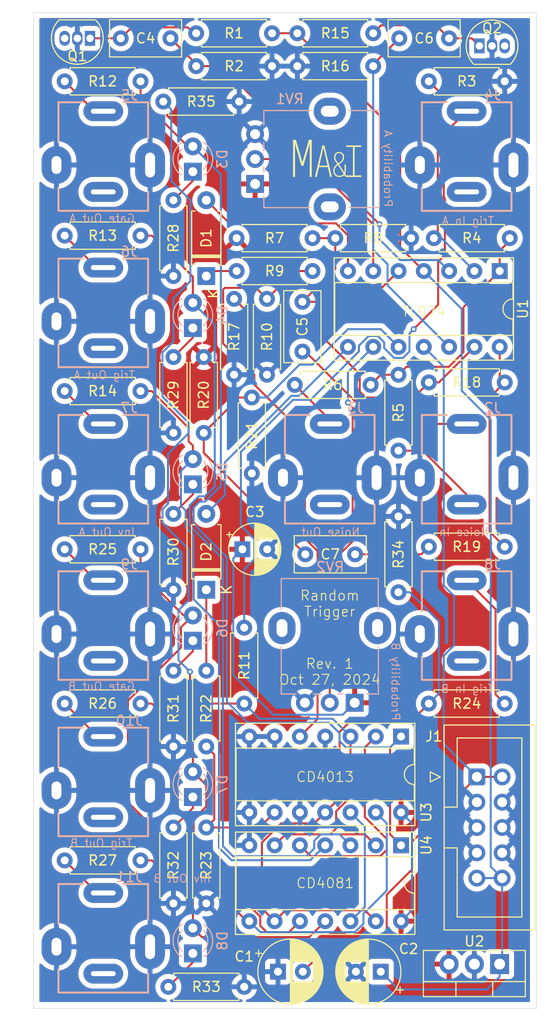
<source format=kicad_pcb>
(kicad_pcb (version 20240108) (generator "pcbnew") (generator_version "8.0")
  (layers (0 "F.Cu" signal) (31 "B.Cu" signal) (34 "B.Paste" user) (35 "F.Paste" user) (36 "B.SilkS" user "B.Silkscreen") (37 "F.SilkS" user "F.Silkscreen") (38 "B.Mask" user) (39 "F.Mask" user) (44 "Edge.Cuts" user))
  (net 0 "")
  (net 1 "GND")
  (net 2 "+12V")
  (net 3 "-12V")
  (net 4 "Net-(Q1-E)")
  (net 7 "Net-(Q2-E)")
  (net 8 "Net-(U1A-+)")
  (net 9 "Net-(U1A--)")
  (net 10 "Net-(R4-Pad2)")
  (net 11 "Net-(J2-PadTN)")
  (net 12 "Net-(J3-PadT)")
  (net 13 "Net-(U1B-+)")
  (net 14 "+5V")
  (net 15 "Net-(D1-K)")
  (net 16 "Net-(U3A-D)")
  (net 17 "Net-(J4-PadT)")
  (net 18 "Net-(U3A-C)")
  (net 19 "Net-(D3-A)")
  (net 20 "Net-(J5-PadT)")
  (net 21 "Net-(D4-A)")
  (net 22 "Net-(J6-PadT)")
  (net 23 "Net-(J7-PadT)")
  (net 24 "Net-(D5-A)")
  (net 25 "Net-(U1C-+)")
  (net 26 "Net-(U1C--)")
  (net 27 "Net-(R18-Pad2)")
  (net 28 "Net-(C7-Pad1)")
  (net 29 "Net-(U1D-+)")
  (net 30 "Net-(D2-K)")
  (net 31 "Net-(U3B-D)")
  (net 32 "Net-(J8-PadT)")
  (net 33 "Net-(U3B-C)")
  (net 34 "Net-(D6-A)")
  (net 35 "Net-(J9-PadT)")
  (net 36 "Net-(J10-PadT)")
  (net 37 "Net-(D7-A)")
  (net 38 "Net-(D8-A)")
  (net 39 "Net-(J11-PadT)")
  (net 40 "Net-(D2-A)")
  (net 41 "Net-(D1-A)")
  (net 42 "Net-(U1B--)")
  (net 43 "Net-(U1D--)")
  (net 44 "Net-(U3A-~{Q})")
  (net 45 "Net-(U3B-~{Q})")
  (net 46 "Net-(D3-K)")
  (net 47 "Net-(D4-K)")
  (net 48 "Net-(D5-K)")
  (net 49 "Net-(D6-K)")
  (net 50 "Net-(D7-K)")
  (net 51 "Net-(D8-K)")
  (net 52 "Net-(C5-Pad1)")
  (footprint "Resistor_THT:R_Axial_DIN0207_L6.3mm_D2.5mm_P7.62mm_Horizontal" (layer "F.Cu") (at 126.492 52.07)
    (property "Reference" "R15")
    (property "Value" "100k")
  )
  (footprint "Package_TO_SOT_THT:TO-92_Inline" (layer "F.Cu") (at 144.78 53.34)
    (property "Reference" "Q2")
    (property "Value" "2N3904")
  )
  (footprint "Resistor_THT:R_Axial_DIN0207_L6.3mm_D2.5mm_P7.62mm_Horizontal" (layer "F.Cu") (at 123.444 86.36 90)
    (property "Reference" "R10")
    (property "Value" "1k")
  )
  (footprint "Resistor_THT:R_Axial_DIN0207_L6.3mm_D2.5mm_P7.62mm_Horizontal" (layer "F.Cu") (at 116.332 55.372)
    (property "Reference" "R2")
    (property "Value" "100k")
  )
  (footprint "Package_TO_SOT_THT:TO-92_Inline" (layer "F.Cu") (at 105.664 52.578 180)
    (property "Reference" "Q1")
    (property "Value" "2N3904")
  )
  (footprint "Capacitor_THT:C_Rect_L7.0mm_W3.5mm_P5.00mm" (layer "F.Cu") (at 132.294 104.394 180)
    (property "Reference" "C7")
    (property "Value" "470n")
  )
  (footprint "Capacitor_THT:C_Rect_L7.0mm_W3.5mm_P5.00mm" (layer "F.Cu") (at 108.752 52.578)
    (property "Reference" "C4")
    (property "Value" "470n")
  )
  (footprint "Resistor_THT:R_Axial_DIN0207_L6.3mm_D2.5mm_P7.62mm_Horizontal" (layer "F.Cu") (at 117.348 139.446 90)
    (property "Reference" "R23")
    (property "Value" "1k")
  )
  (footprint "Resistor_THT:R_Axial_DIN0207_L6.3mm_D2.5mm_P7.62mm_Horizontal" (layer "F.Cu") (at 113.538 147.828)
    (property "Reference" "R33")
    (property "Value" "2k2")
  )
  (footprint "Resistor_THT:R_Axial_DIN0207_L6.3mm_D2.5mm_P7.62mm_Horizontal" (layer "F.Cu") (at 134.112 55.372 180)
    (property "Reference" "R16")
    (property "Value" "100k")
  )
  (footprint "Resistor_THT:R_Axial_DIN0207_L6.3mm_D2.5mm_P7.62mm_Horizontal" (layer "F.Cu") (at 110.744 103.886 180)
    (property "Reference" "R25")
    (property "Value" "1k")
  )
  (footprint "Capacitor_THT:C_Rect_L7.0mm_W3.5mm_P5.00mm" (layer "F.Cu") (at 127 84.034 90)
    (property "Reference" "C5")
    (property "Value" "470n")
  )
  (footprint "Resistor_THT:R_Axial_DIN0207_L6.3mm_D2.5mm_P7.62mm_Horizontal" (layer "F.Cu") (at 110.744 56.896 180)
    (property "Reference" "R12")
    (property "Value" "1k")
  )
  (footprint "Resistor_THT:R_Axial_DIN0207_L6.3mm_D2.5mm_P7.62mm_Horizontal" (layer "F.Cu") (at 130.302 72.644)
    (property "Reference" "R8")
    (property "Value" "100k")
  )
  (footprint "Resistor_THT:R_Axial_DIN0207_L6.3mm_D2.5mm_P7.62mm_Horizontal" (layer "F.Cu") (at 120.142 78.74 -90)
    (property "Reference" "R17")
    (property "Value" "330")
  )
  (footprint "Package_DIP:DIP-14_W7.62mm_Socket" (layer "F.Cu") (at 136.911 133.614 -90)
    (property "Reference" "U4")
    (property "Value" "4081")
  )
  (footprint "Package_DIP:DIP-14_W7.62mm_Socket" (layer "F.Cu") (at 146.817 75.946 -90)
    (property "Reference" "U1")
    (property "Value" "TL074")
  )
  (footprint "Resistor_THT:R_Axial_DIN0207_L6.3mm_D2.5mm_P7.62mm_Horizontal" (layer "F.Cu") (at 110.744 119.38 180)
    (property "Reference" "R26")
    (property "Value" "1k")
  )
  (footprint "Connector_IDC:IDC-Header_2x05_P2.54mm_Vertical" (layer "F.Cu") (at 144.526 126.746)
    (property "Reference" "J1")
    (property "Value" "Eurorack Power")
  )
  (footprint "Resistor_THT:R_Axial_DIN0207_L6.3mm_D2.5mm_P7.62mm_Horizontal" (layer "F.Cu") (at 147.32 103.632 180)
    (property "Reference" "R19")
    (property "Value" "1k")
  )
  (footprint "Package_TO_SOT_THT:TO-220-3_Vertical" (layer "F.Cu") (at 146.812 145.542 180)
    (property "Reference" "U2")
    (property "Value" "LM7805_TO220")
  )
  (footprint "Resistor_THT:R_Axial_DIN0207_L6.3mm_D2.5mm_P7.62mm_Horizontal" (layer "F.Cu") (at 113.03 58.928)
    (property "Reference" "R35")
    (property "Value" "1M")
  )
  (footprint "Diode_THT:D_A-405_P7.62mm_Horizontal" (layer "F.Cu") (at 117.348 107.95 90)
    (property "Reference" "D2")
    (property "Value" "1n4001")
  )
  (footprint "Capacitor_THT:C_Rect_L7.0mm_W3.5mm_P5.00mm" (layer "F.Cu") (at 141.732 52.578 180)
    (property "Reference" "C6")
    (property "Value" "470n")
  )
  (footprint "Capacitor_THT:CP_Radial_D5.0mm_P2.50mm" (layer "F.Cu") (at 120.968888 103.886)
    (property "Reference" "C3")
    (property "Value" "10u")
  )
  (footprint "Resistor_THT:R_Axial_DIN0207_L6.3mm_D2.5mm_P7.62mm_Horizontal" (layer "F.Cu") (at 110.744 135.128 180)
    (property "Reference" "R27")
    (property "Value" "1k")
  )
  (footprint "Resistor_THT:R_Axial_DIN0207_L6.3mm_D2.5mm_P7.62mm_Horizontal" (layer "F.Cu") (at 114.046 131.826 -90)
    (property "Reference" "R32")
    (property "Value" "2k2")
  )
  (footprint "Resistor_THT:R_Axial_DIN0207_L6.3mm_D2.5mm_P7.62mm_Horizontal" (layer "F.Cu") (at 133.858 87.376 180)
    (property "Reference" "R6")
    (property "Value" "1k")
  )
  (footprint "Resistor_THT:R_Axial_DIN0207_L6.3mm_D2.5mm_P7.62mm_Horizontal" (layer "F.Cu") (at 114.046 100.33 -90)
    (property "Reference" "R30")
    (property "Value" "2k2")
  )
  (footprint "Package_DIP:DIP-14_W7.62mm_Socket" (layer "F.Cu") (at 136.911 122.692 -90)
    (property "Reference" "U3")
    (property "Value" "4013")
  )
  (footprint "Resistor_THT:R_Axial_DIN0207_L6.3mm_D2.5mm_P7.62mm_Horizontal" (layer "F.Cu") (at 121.92 88.646 -90)
    (property "Reference" "R21")
    (property "Value" "100k")
  )
  (footprint "Resistor_THT:R_Axial_DIN0207_L6.3mm_D2.5mm_P7.62mm_Horizontal" (layer "F.Cu") (at 114.046 116.078 -90)
    (property "Reference" "R31")
    (property "Value" "2k2")
  )
  (footprint "Resistor_THT:R_Axial_DIN0207_L6.3mm_D2.5mm_P7.62mm_Horizontal" (layer "F.Cu") (at 136.652 86.36 -90)
    (property "Reference" "R5")
    (property "Value" "1k")
  )
  (footprint "Resistor_THT:R_Axial_DIN0207_L6.3mm_D2.5mm_P7.62mm_Horizontal" (layer "F.Cu") (at 110.744 72.39 180)
    (property "Reference" "R13")
    (property "Value" "1k")
  )
  (footprint "Resistor_THT:R_Axial_DIN0207_L6.3mm_D2.5mm_P7.62mm_Horizontal" (layer "F.Cu") (at 120.396 72.644)
    (property "Reference" "R7")
    (property "Value" "100k")
  )
  (footprint "Resistor_THT:R_Axial_DIN0207_L6.3mm_D2.5mm_P7.62mm_Horizontal" (layer "F.Cu") (at 120.396 75.946)
    (property "Reference" "R9")
    (property "Value" "1k5")
  )
  (footprint "Resistor_THT:R_Axial_DIN0207_L6.3mm_D2.5mm_P7.62mm_Horizontal" (layer "F.Cu") (at 114.046 68.834 -90)
    (property "Reference" "R28")
    (property "Value" "2k2")
  )
  (footprint "Extras:logo" (layer "F.Cu") (at 129.54 66.294)
    (property "Reference" "REF**" (hide yes))
    (property "Value" "logo")
  )
  (footprint "Diode_THT:D_A-405_P7.62mm_Horizontal" (layer "F.Cu") (at 117.348 76.454 90)
    (property "Reference" "D1")
    (property "Value" "1n4001")
  )
  (footprint "Capacitor_THT:CP_Radial_D6.3mm_P2.50mm" (layer "F.Cu") (at 124.547621 146.304)
    (property "Reference" "C1")
    (property "Value" "47u")
  )
  (footprint "Resistor_THT:R_Axial_DIN0207_L6.3mm_D2.5mm_P7.62mm_Horizontal" (layer "F.Cu") (at 117.348 116.078 -90)
    (property "Reference" "R22")
    (property "Value" "1k5")
  )
  (footprint "Resistor_THT:R_Axial_DIN0207_L6.3mm_D2.5mm_P7.62mm_Horizontal" (layer "F.Cu") (at 136.652 108.204 90)
    (property "Reference" "R34")
    (property "Value" "1M")
  )
  (footprint "Capacitor_THT:CP_Radial_D6.3mm_P2.50mm" (layer "F.Cu") (at 134.874 146.304 180)
    (property "Reference" "C2")
    (property "Value" "47u")
  )
  (footprint "Resistor_THT:R_Axial_DIN0207_L6.3mm_D2.5mm_P7.62mm_Horizontal" (layer "F.Cu") (at 140.208 72.644)
    (property "Reference" "R4")
    (property "Value" "1M")
  )
  (footprint "Resistor_THT:R_Axial_DIN0207_L6.3mm_D2.5mm_P7.62mm_Horizontal" (layer "F.Cu") (at 110.744 88 180)
    (property "Reference" "R14")
    (property "Value" "1k")
  )
  (footprint "Resistor_THT:R_Axial_DIN0207_L6.3mm_D2.5mm_P7.62mm_Horizontal" (layer "F.Cu") (at 139.7 119.38)
    (property "Reference" "R24")
    (property "Value" "1k")
  )
  (footprint "Resistor_THT:R_Axial_DIN0207_L6.3mm_D2.5mm_P7.62mm_Horizontal" (layer "F.Cu") (at 139.705 87.132)
    (property "Reference" "R18")
    (property "Value" "1M")
  )
  (footprint "Resistor_THT:R_Axial_DIN0207_L6.3mm_D2.5mm_P7.62mm_Horizontal" (layer "F.Cu") (at 121.158 119.38 90)
    (property "Reference" "R11")
    (property "Value" "1k")
  )
  (footprint "Resistor_THT:R_Axial_DIN0207_L6.3mm_D2.5mm_P7.62mm_Horizontal" (layer "F.Cu") (at 114.046 84.582 -90)
    (property "Reference" "R29")
    (property "Value" "2k2")
  )
  (footprint "Resistor_THT:R_Axial_DIN0207_L6.3mm_D2.5mm_P7.62mm_Horizontal" (layer "F.Cu") (at 123.952 52.07 180)
    (property "Reference" "R1")
    (property "Value" "100k")
  )
  (footprint "Resistor_THT:R_Axial_DIN0207_L6.3mm_D2.5mm_P7.62mm_Horizontal" (layer "F.Cu") (at 117.094 84.582 -90)
    (property "Reference" "R20")
    (property "Value" "100k")
  )
  (footprint "Resistor_THT:R_Axial_DIN0207_L6.3mm_D2.5mm_P7.62mm_Horizontal" (layer "F.Cu") (at 139.7 56.896)
    (property "Reference" "R3")
    (property "Value" "330")
  )
  (footprint "Extras:Jack_3.5mm_QingPu_WQP-PJ301BM_Vertical" (layer "B.Cu") (at 107 64.7 180)
    (property "Reference" "J5")
    (property "Value" "Gate Out A")
  )
  (footprint "Extras:Jack_3.5mm_QingPu_WQP-PJ301BM_Vertical" (layer "B.Cu") (at 107 96.1 180)
    (property "Reference" "J7")
    (property "Value" "Inv Trigger Out A")
  )
  (footprint "LED_THT:LED_D3.0mm" (layer "B.Cu") (at 116 81.67 90)
    (property "Reference" "D4")
    (property "Value" "LED")
  )
  (footprint "Extras:Jack_3.5mm_QingPu_WQP-PJ301BM_Vertical" (layer "B.Cu") (at 107 111.8 180)
    (property "Reference" "J9")
    (property "Value" "Gate Out B")
  )
  (footprint "LED_THT:LED_D3.0mm" (layer "B.Cu") (at 116 113.07 90)
    (property "Reference" "D6")
    (property "Value" "LED")
  )
  (footprint "Extras:Jack_3.5mm_QingPu_WQP-PJ301BM_Vertical" (layer "B.Cu") (at 143.5 111.8 180)
    (property "Reference" "J8")
    (property "Value" "Trigger In B")
  )
  (footprint "LED_THT:LED_D3.0mm" (layer "B.Cu") (at 116 144.47 90)
    (property "Reference" "D8")
    (property "Value" "LED")
  )
  (footprint "Extras:Jack_3.5mm_QingPu_WQP-PJ301BM_Vertical" (layer "B.Cu") (at 107 127.5 180)
    (property "Reference" "J10")
    (property "Value" "Trigger Out B")
  )
  (footprint "Extras:Jack_3.5mm_QingPu_WQP-PJ301BM_Vertical" (layer "B.Cu") (at 107 143.2 180)
    (property "Reference" "J11")
    (property "Value" "Inv Trigger Out B")
  )
  (footprint "Extras:Jack_3.5mm_QingPu_WQP-PJ301BM_Vertical" (layer "B.Cu") (at 107 80.4 180)
    (property "Reference" "J6")
    (property "Value" "Trigger Out A")
  )
  (footprint "Extras:Jack_3.5mm_QingPu_WQP-PJ301BM_Vertical" (layer "B.Cu") (at 143.5 96.1 180)
    (property "Reference" "J2")
    (property "Value" "Noise In")
  )
  (footprint "LED_THT:LED_D3.0mm" (layer "B.Cu") (at 116 128.77 90)
    (property "Reference" "D7")
    (property "Value" "LED")
  )
  (footprint "Extras:Jack_3.5mm_QingPu_WQP-PJ301BM_Vertical" (layer "B.Cu") (at 129.75 96.1 180)
    (property "Reference" "J3")
    (property "Value" "Noise Out")
  )
  (footprint "LED_THT:LED_D3.0mm" (layer "B.Cu") (at 116 97.37 90)
    (property "Reference" "D5")
    (property "Value" "LED")
  )
  (footprint "LED_THT:LED_D3.0mm" (layer "B.Cu") (at 116 65.97 90)
    (property "Reference" "D3")
    (property "Value" "LED")
  )
  (footprint "Potentiometer_THT:Potentiometer_Alpha_RD901F-40-00D_Single_Vertical" (layer "B.Cu") (at 122.25 67.2)
    (property "Reference" "RV1")
    (property "Value" "B100k")
  )
  (footprint "Extras:Jack_3.5mm_QingPu_WQP-PJ301BM_Vertical" (layer "B.Cu") (at 143.5 64.7 180)
    (property "Reference" "J4")
    (property "Value" "Trigger In A")
  )
  (footprint "Potentiometer_THT:Potentiometer_Alpha_RD901F-40-00D_Single_Vertical" (layer "B.Cu") (at 132.25 119.3 90)
    (property "Reference" "RV2")
    (property "Value" "B100k")
  )
  (gr_rect (start 100 50) (end 150.5 150) (stroke (width 0.05)) (fill none) (layer "Edge.Cuts"))
  (gr_text "Probability A" (at 135.128 69.596 270) (layer "B.SilkS") (effects (font (size 0.8 0.8) (thickness 0.1)) (justify left bottom mirror)))
  (gr_text "Noise Out" (at 132.842 102.616 0) (layer "B.SilkS") (effects (font (size 0.8 0.8) (thickness 0.1)) (justify left bottom mirror)))
  (gr_text "Inv Out B" (at 117.856 137.414 0) (layer "B.SilkS") (effects (font (size 0.8 0.8) (thickness 0.1)) (justify left bottom mirror)))
  (gr_text "Probability B" (at 135.89 121.158 270) (layer "B.SilkS") (effects (font (size 0.8 0.8) (thickness 0.1)) (justify left bottom mirror)))
  (gr_text "Gate Out B" (at 110.236 118.11 0) (layer "B.SilkS") (effects (font (size 0.8 0.8) (thickness 0.1)) (justify left bottom mirror)))
  (gr_text "Noise In" (at 145.796 102.616 0) (layer "B.SilkS") (effects (font (size 0.8 0.8) (thickness 0.1)) (justify left bottom mirror)))
  (gr_text "Gate Out A" (at 110.236 71.12 0) (layer "B.SilkS") (effects (font (size 0.8 0.8) (thickness 0.1)) (justify left bottom mirror)))
  (gr_text "Trig In B" (at 146.304 118.364 0) (layer "B.SilkS") (effects (font (size 0.8 0.8) (thickness 0.1)) (justify left bottom mirror)))
  (gr_text "Trig Out B" (at 109.982 133.858 0) (layer "B.SilkS") (effects (font (size 0.8 0.8) (thickness 0.1)) (justify left bottom mirror)))
  (gr_text "Inv Out A" (at 110.236 102.616 0) (layer "B.SilkS") (effects (font (size 0.8 0.8) (thickness 0.1)) (justify left bottom mirror)))
  (gr_text "Trig Out A" (at 110.236 86.868 0) (layer "B.SilkS") (effects (font (size 0.8 0.8) (thickness 0.1)) (justify left bottom mirror)))
  (gr_text "Trig In A" (at 146.304 71.374 0) (layer "B.SilkS") (effects (font (size 0.8 0.8) (thickness 0.1)) (justify left bottom mirror)))
  (gr_text "TL074" (at 139.192 80.01 0) (layer "F.SilkS") (effects (font (size 1 1) (thickness 0.1))))
  (gr_text "CD4081" (at 129.286 137.414 0) (layer "F.SilkS") (effects (font (size 1 1) (thickness 0.1))))
  (gr_text "Rev. 1\nOct 27, 2024" (at 129.75 117.57 0) (layer "F.SilkS") (effects (font (size 1 1) (thickness 0.1)) (justify bottom)))
  (gr_text "CD4013" (at 129.286 126.746 0) (layer "F.SilkS") (effects (font (size 1 1) (thickness 0.1))))
  (gr_text "Random\nTrigger" (at 129.75 110.728 0) (layer "F.SilkS") (effects (font (size 1 1) (thickness 0.1)) (justify bottom)))
  (segment (start 136.822 62.4) (end 136.822 73.571) (width 0.2) (layer "F.Cu") (net 2))
  (segment (start 123.952 52.07) (end 126.492 52.07) (width 0.2) (layer "F.Cu") (net 2))
  (segment (start 136.822 73.571) (end 139.197 75.946) (width 0.2) (layer "F.Cu") (net 2))
  (segment (start 126.492 52.07) (end 136.822 62.4) (width 0.2) (layer "F.Cu") (net 2))
  (segment (start 145.916 90.877522) (end 145.916 135.756) (width 0.2) (layer "B.Cu") (net 2))
  (segment (start 139.197 75.946) (end 143.002 79.751) (width 0.2) (layer "B.Cu") (net 2))
  (segment (start 147.066 136.906) (end 147.066 145.288) (width 0.2) (layer "B.Cu") (net 2))
  (segment (start 136.652 148.082) (end 145.542 148.082) (width 0.2) (layer "B.Cu") (net 2))
  (segment (start 145.916 135.756) (end 147.066 136.906) (width 0.2) (layer "B.Cu") (net 2))
  (segment (start 147.066 136.906) (end 144.526 136.906) (width 0.2) (layer "B.Cu") (net 2))
  (segment (start 147.066 145.288) (end 146.812 145.542) (width 0.2) (layer "B.Cu") (net 2))
  (segment (start 146.812 146.812) (end 146.812 145.542) (width 0.2) (layer "B.Cu") (net 2))
  (segment (start 143.002 79.751) (end 143.002 87.963522) (width 0.2) (layer "B.Cu") (net 2))
  (segment (start 143.002 87.963522) (end 145.916 90.877522) (width 0.2) (layer "B.Cu") (net 2))
  (segment (start 134.874 146.304) (end 136.652 148.082) (width 0.2) (layer "B.Cu") (net 2))
  (segment (start 145.542 148.082) (end 146.812 146.812) (width 0.2) (layer "B.Cu") (net 2))
  (segment (start 132.418 145.204) (end 128.147621 145.204) (width 0.2) (layer "F.Cu") (net 3))
  (segment (start 144.526 126.746) (end 147.066 126.746) (width 0.2) (layer "F.Cu") (net 3))
  (segment (start 144.526 126.746) (end 138.011 133.261) (width 0.2) (layer "F.Cu") (net 3))
  (segment (start 135.471 142.151) (end 132.418 145.204) (width 0.2) (layer "F.Cu") (net 3))
  (segment (start 128.147621 145.204) (end 127.047621 146.304) (width 0.2) (layer "F.Cu") (net 3))
  (segment (start 138.011 136.038365) (end 135.471 138.578365) (width 0.2) (layer "F.Cu") (net 3))
  (segment (start 138.011 133.261) (end 138.011 136.038365) (width 0.2) (layer "F.Cu") (net 3))
  (segment (start 135.471 138.578365) (end 135.471 142.151) (width 0.2) (layer "F.Cu") (net 3))
  (segment (start 141.2 85.569) (end 139.197 83.566) (width 0.2) (layer "B.Cu") (net 3))
  (segment (start 141.2 114.561522) (end 142.24 113.521522) (width 0.2) (layer "B.Cu") (net 3))
  (segment (start 141.2 123.42) (end 141.2 114.561522) (width 0.2) (layer "B.Cu") (net 3))
  (segment (start 142.24 108.578478) (end 141.2 107.538478) (width 0.2) (layer "B.Cu") (net 3))
  (segment (start 142.24 113.521522) (end 142.24 108.578478) (width 0.2) (layer "B.Cu") (net 3))
  (segment (start 144.526 126.746) (end 141.2 123.42) (width 0.2) (layer "B.Cu") (net 3))
  (segment (start 141.2 107.538478) (end 141.2 85.569) (width 0.2) (layer "B.Cu") (net 3))
  (segment (start 115.486 51.478) (end 109.852 51.478) (width 0.2) (layer "F.Cu") (net 4))
  (segment (start 105.664 52.578) (end 108.752 52.578) (width 0.2) (layer "F.Cu") (net 4))
  (segment (start 109.852 51.478) (end 108.752 52.578) (width 0.2) (layer "F.Cu") (net 4))
  (segment (start 116.078 52.07) (end 115.486 51.478) (width 0.2) (layer "F.Cu") (net 4))
  (segment (start 116.332 52.07) (end 116.078 52.07) (width 0.2) (layer "F.Cu") (net 4))
  (segment (start 144.018 52.578) (end 144.78 53.34) (width 0.2) (layer "F.Cu") (net 7))
  (segment (start 140.424001 51.270001) (end 141.732 52.578) (width 0.2) (layer "F.Cu") (net 7))
  (segment (start 134.911999 51.270001) (end 140.424001 51.270001) (width 0.2) (layer "F.Cu") (net 7))
  (segment (start 134.112 52.07) (end 134.911999 51.270001) (width 0.2) (layer "F.Cu") (net 7))
  (segment (start 141.732 52.578) (end 144.018 52.578) (width 0.2) (layer "F.Cu") (net 7))
  (segment (start 113.752 52.578) (end 116.332 55.158) (width 0.2) (layer "F.Cu") (net 8))
  (segment (start 116.332 55.158) (end 116.332 55.372) (width 0.2) (layer "F.Cu") (net 8))
  (segment (start 134.747 71.247) (end 118.872 55.372) (width 0.2) (layer "F.Cu") (net 8))
  (segment (start 118.872 55.372) (end 116.332 55.372) (width 0.2) (layer "F.Cu") (net 8))
  (via (at 134.747 71.247) (size 0.6) (drill 0.3) (layers "F.Cu" "B.Cu") (net 8))
  (segment (start 134.747 72.771) (end 136.822 74.846) (width 0.2) (layer "B.Cu") (net 8))
  (segment (start 140.637 74.846) (end 141.737 75.946) (width 0.2) (layer "B.Cu") (net 8))
  (segment (start 136.822 74.846) (end 140.637 74.846) (width 0.2) (layer "B.Cu") (net 8))
  (segment (start 134.747 71.247) (end 134.747 72.771) (width 0.2) (layer "B.Cu") (net 8))
  (segment (start 140.6 72.252) (end 140.208 72.644) (width 0.2) (layer "F.Cu") (net 9))
  (segment (start 139.7 56.896) (end 140.6 57.796) (width 0.2) (layer "F.Cu") (net 9))
  (segment (start 140.6 57.796) (end 140.6 72.252) (width 0.2) (layer "F.Cu") (net 9))
  (segment (start 144.277 75.946) (end 140.975 72.644) (width 0.2) (layer "B.Cu") (net 9))
  (segment (start 140.975 72.644) (end 140.208 72.644) (width 0.2) (layer "B.Cu") (net 9))
  (segment (start 136.652 86.36) (end 134.874 86.36) (width 0.2) (layer "F.Cu") (net 10))
  (segment (start 137.451999 85.560001) (end 141.717313 85.560001) (width 0.2) (layer "F.Cu") (net 10))
  (segment (start 146.817 73.909) (end 146.817 75.946) (width 0.2) (layer "F.Cu") (net 10))
  (segment (start 143.177 84.100314) (end 143.177 79.586) (width 0.2) (layer "F.Cu") (net 10))
  (segment (start 141.717313 85.560001) (end 143.177 84.100314) (width 0.2) (layer "F.Cu") (net 10))
  (segment (start 147.828 72.644) (end 147.828 72.898) (width 0.2) (layer "F.Cu") (net 10))
  (segment (start 147.828 72.898) (end 146.817 73.909) (width 0.2) (layer "F.Cu") (net 10))
  (segment (start 136.652 86.36) (end 137.451999 85.560001) (width 0.2) (layer "F.Cu") (net 10))
  (segment (start 134.874 86.36) (end 133.858 87.376) (width 0.2) (layer "F.Cu") (net 10))
  (segment (start 143.177 79.586) (end 146.817 75.946) (width 0.2) (layer "F.Cu") (net 10))
  (segment (start 136.652 93.98) (end 139.08 93.98) (width 0.2) (layer "F.Cu") (net 11))
  (segment (start 143.5 98.4) (end 143.5 99.4) (width 0.2) (layer "F.Cu") (net 11))
  (segment (start 139.08 93.98) (end 143.5 98.4) (width 0.2) (layer "F.Cu") (net 11))
  (segment (start 129.75 90.888) (end 129.75 91.3) (width 0.2) (layer "F.Cu") (net 12))
  (segment (start 126.238 87.376) (end 129.75 90.888) (width 0.2) (layer "F.Cu") (net 12))
  (segment (start 130.302 72.644) (end 128.016 72.644) (width 0.2) (layer "F.Cu") (net 13))
  (segment (start 133.569 79.034) (end 136.657 75.946) (width 0.2) (layer "F.Cu") (net 13))
  (segment (start 130.302 75.732) (end 130.302 72.644) (width 0.2) (layer "F.Cu") (net 13))
  (segment (start 127 79.034) (end 133.569 79.034) (width 0.2) (layer "F.Cu") (net 13))
  (segment (start 127 79.034) (end 130.302 75.732) (width 0.2) (layer "F.Cu") (net 13))
  (segment (start 138.011 140.134) (end 136.911 141.234) (width 0.2) (layer "B.Cu") (net 14))
  (segment (start 120.058 116.502) (end 120.058 104.796888) (width 0.2) (layer "B.Cu") (net 14))
  (segment (start 131.05 120.5) (end 124.056 120.5) (width 0.2) (layer "B.Cu") (net 14))
  (segment (start 124.056 120.5) (end 120.058 116.502) (width 0.2) (layer "B.Cu") (net 14))
  (segment (start 141.219 145.542) (end 141.732 145.542) (width 0.2) (layer "B.Cu") (net 14))
  (segment (start 120.058 104.796888) (end 120.968888 103.886) (width 0.2) (layer "B.Cu") (net 14))
  (segment (start 132.25 119.3) (end 131.05 120.5) (width 0.2) (layer "B.Cu") (net 14))
  (segment (start 136.911 130.312) (end 138.011 131.412) (width 0.2) (layer "B.Cu") (net 14))
  (segment (start 138.011 131.412) (end 138.011 140.134) (width 0.2) (layer "B.Cu") (net 14))
  (segment (start 118.11 75.946) (end 120.396 75.946) (width 0.2) (layer "F.Cu") (net 15))
  (segment (start 117.348 76.454) (end 117.602 76.454) (width 0.2) (layer "F.Cu") (net 15))
  (segment (start 117.602 76.454) (end 118.11 75.946) (width 0.2) (layer "F.Cu") (net 15))
  (segment (start 127.254 102.798365) (end 128.524 104.068365) (width 0.2) (layer "F.Cu") (net 16))
  (segment (start 119.042 77.808) (end 119.042 83.228) (width 0.2) (layer "F.Cu") (net 16))
  (segment (start 128.524 120.919) (end 126.751 122.692) (width 0.2) (layer "F.Cu") (net 16))
  (segment (start 126.238 75.946) (end 123.444 78.74) (width 0.2) (layer "F.Cu") (net 16))
  (segment (start 119.042 83.228) (end 122.174 86.36) (width 0.2) (layer "F.Cu") (net 16))
  (segment (start 127.254 92.424365) (end 127.254 102.798365) (width 0.2) (layer "F.Cu") (net 16))
  (segment (start 122.344 77.64) (end 119.21 77.64) (width 0.2) (layer "F.Cu") (net 16))
  (segment (start 122.174 87.344365) (end 127.254 92.424365) (width 0.2) (layer "F.Cu") (net 16))
  (segment (start 128.524 104.068365) (end 128.524 120.919) (width 0.2) (layer "F.Cu") (net 16))
  (segment (start 123.444 78.74) (end 122.344 77.64) (width 0.2) (layer "F.Cu") (net 16))
  (segment (start 128.016 75.946) (end 126.238 75.946) (width 0.2) (layer "F.Cu") (net 16))
  (segment (start 119.21 77.64) (end 119.042 77.808) (width 0.2) (layer "F.Cu") (net 16))
  (segment (start 122.174 86.36) (end 122.174 87.344365) (width 0.2) (layer "F.Cu") (net 16))
  (segment (start 141.2 68.556) (end 141.2 62.2) (width 0.2) (layer "F.Cu") (net 17))
  (segment (start 138.176 81.788) (end 140.637 79.327) (width 0.2) (layer "F.Cu") (net 17))
  (segment (start 141.308 68.664) (end 141.2 68.556) (width 0.2) (layer "F.Cu") (net 17))
  (segment (start 140.637 79.327) (end 140.637 75.009) (width 0.2) (layer "F.Cu") (net 17))
  (segment (start 140.637 75.009) (end 141.308 74.338) (width 0.2) (layer "F.Cu") (net 17))
  (segment (start 141.2 62.2) (end 143.5 59.9) (width 0.2) (layer "F.Cu") (net 17))
  (segment (start 141.308 74.338) (end 141.308 68.664) (width 0.2) (layer "F.Cu") (net 17))
  (via (at 138.176 81.788) (size 0.6) (drill 0.3) (layers "F.Cu" "B.Cu") (net 17))
  (segment (start 126.065686 88.876) (end 120.82 94.121686) (width 0.2) (layer "B.Cu") (net 17))
  (segment (start 127.822635 88.876) (end 126.065686 88.876) (width 0.2) (layer "B.Cu") (net 17))
  (segment (start 136.201365 84.666) (end 135.217 83.681635) (width 0.2) (layer "B.Cu") (net 17))
  (segment (start 133.661365 82.466) (end 132.677 83.450365) (width 0.2) (layer "B.Cu") (net 17))
  (segment (start 120.82 94.121686) (end 120.82 101.516) (width 0.2) (layer "B.Cu") (net 17))
  (segment (start 137.757 82.207) (end 137.757 84.021635) (width 0.2) (layer "B.Cu") (net 17))
  (segment (start 121.158 105.918) (end 121.158 111.76) (width 0.2) (layer "B.Cu") (net 17))
  (segment (start 135.217 83.110365) (end 134.572635 82.466) (width 0.2) (layer "B.Cu") (net 17))
  (segment (start 137.112635 84.666) (end 136.201365 84.666) (width 0.2) (layer "B.Cu") (net 17))
  (segment (start 120.82 101.516) (end 122.174 102.87) (width 0.2) (layer "B.Cu") (net 17))
  (segment (start 122.174 102.87) (end 122.174 104.902) (width 0.2) (layer "B.Cu") (net 17))
  (segment (start 122.174 104.902) (end 121.158 105.918) (width 0.2) (layer "B.Cu") (net 17))
  (segment (start 137.757 84.021635) (end 137.112635 84.666) (width 0.2) (layer "B.Cu") (net 17))
  (segment (start 135.217 83.681635) (end 135.217 83.110365) (width 0.2) (layer "B.Cu") (net 17))
  (segment (start 132.677 84.021635) (end 127.822635 88.876) (width 0.2) (layer "B.Cu") (net 17))
  (segment (start 134.572635 82.466) (end 133.661365 82.466) (width 0.2) (layer "B.Cu") (net 17))
  (segment (start 138.176 81.788) (end 137.757 82.207) (width 0.2) (layer "B.Cu") (net 17))
  (segment (start 132.677 83.450365) (end 132.677 84.021635) (width 0.2) (layer "B.Cu") (net 17))
  (segment (start 131.831 122.692) (end 131.831 128.756365) (width 0.2) (layer "F.Cu") (net 18))
  (segment (start 115.712817 116.189183) (end 115.712817 118.252817) (width 0.2) (layer "F.Cu") (net 18))
  (segment (start 129.794 132.514) (end 133.271 132.514) (width 0.2) (layer "F.Cu") (net 18))
  (segment (start 115.712817 118.252817) (end 116.84 119.38) (width 0.2) (layer "F.Cu") (net 18))
  (segment (start 125.311 132.514) (end 129.794 132.514) (width 0.2) (layer "F.Cu") (net 18))
  (segment (start 130.391 131.917) (end 129.794 132.514) (width 0.2) (layer "F.Cu") (net 18))
  (segment (start 116.84 119.38) (end 121.158 119.38) (width 0.2) (layer "F.Cu") (net 18))
  (segment (start 130.391 130.196365) (end 130.391 131.917) (width 0.2) (layer "F.Cu") (net 18))
  (segment (start 133.271 132.514) (end 134.371 133.614) (width 0.2) (layer "F.Cu") (net 18))
  (segment (start 131.831 128.756365) (end 130.391 130.196365) (width 0.2) (layer "F.Cu") (net 18))
  (segment (start 124.211 133.614) (end 125.311 132.514) (width 0.2) (layer "F.Cu") (net 18))
  (via (at 115.712817 116.189183) (size 0.6) (drill 0.3) (layers "F.Cu" "B.Cu") (net 18))
  (segment (start 115.712817 116.189183) (end 115.712817 116.189182) (width 0.2) (layer "B.Cu") (net 18))
  (segment (start 121.158 119.38) (end 122.678 120.9) (width 0.2) (layer "B.Cu") (net 18))
  (segment (start 113.829999 59.727999) (end 113.03 58.928) (width 0.2) (layer "B.Cu") (net 18))
  (segment (start 114.046 83.026365) (end 114.046 78.682314) (width 0.2) (layer "B.Cu") (net 18))
  (segment (start 122.678 120.9) (end 130.039 120.9) (width 0.2) (layer "B.Cu") (net 18))
  (segment (start 115.712817 116.189182) (end 114.554 115.030365) (width 0.2) (layer "B.Cu") (net 18))
  (segment (start 114.554 110.013635) (end 115.57 108.997635) (width 0.2) (layer "B.Cu") (net 18))
  (segment (start 115.57 92.233635) (end 115.57 91.186) (width 0.2) (layer "B.Cu") (net 18))
  (segment (start 112.946 84.126365) (end 114.046 83.026365) (width 0.2) (layer "B.Cu") (net 18))
  (segment (start 115.748 76.980314) (end 115.748 68.834) (width 0.2) (layer "B.Cu") (net 18))
  (segment (start 114.554 115.030365) (end 114.554 110.013635) (width 0.2) (layer "B.Cu") (net 18))
  (segment (start 115.748 68.834) (end 113.829999 66.915999) (width 0.2) (layer "B.Cu") (net 18))
  (segment (start 113.829999 66.915999) (end 113.829999 59.727999) (width 0.2) (layer "B.Cu") (net 18))
  (segment (start 115.57 108.997635) (end 115.57 103.886) (width 0.2) (layer "B.Cu") (net 18))
  (segment (start 114.046 78.682314) (end 115.748 76.980314) (width 0.2) (layer "B.Cu") (net 18))
  (segment (start 113.5 94.303635) (end 115.57 92.233635) (width 0.2) (layer "B.Cu") (net 18))
  (segment (start 115.57 103.886) (end 112.946 101.262) (width 0.2) (layer "B.Cu") (net 18))
  (segment (start 112.946 88.562) (end 112.946 84.126365) (width 0.2) (layer "B.Cu") (net 18))
  (segment (start 113.5 99.320365) (end 113.5 94.303635) (width 0.2) (layer "B.Cu") (net 18))
  (segment (start 112.946 101.262) (end 112.946 99.874365) (width 0.2) (layer "B.Cu") (net 18))
  (segment (start 115.57 91.186) (end 112.946 88.562) (width 0.2) (layer "B.Cu") (net 18))
  (segment (start 112.946 99.874365) (end 113.5 99.320365) (width 0.2) (layer "B.Cu") (net 18))
  (segment (start 130.039 120.9) (end 131.831 122.692) (width 0.2) (layer "B.Cu") (net 18))
  (segment (start 135.811 123.792) (end 135.811 132.514) (width 0.2) (layer "F.Cu") (net 19))
  (segment (start 135.811 132.514) (end 136.911 133.614) (width 0.2) (layer "F.Cu") (net 19))
  (segment (start 115.5 63.43) (end 116 63.43) (width 0.2) (layer "F.Cu") (net 19))
  (segment (start 136.911 122.692) (end 135.811 123.792) (width 0.2) (layer "F.Cu") (net 19))
  (segment (start 110.744 58.674) (end 115.5 63.43) (width 0.2) (layer "F.Cu") (net 19))
  (segment (start 110.744 56.896) (end 110.744 58.674) (width 0.2) (layer "F.Cu") (net 19))
  (segment (start 129.682 121.3) (end 130.731 122.349) (width 0.2) (layer "B.Cu") (net 19))
  (segment (start 135.811 123.792) (end 136.911 122.692) (width 0.2) (layer "B.Cu") (net 19))
  (segment (start 119.418 104.686) (end 119.418 119.195635) (width 0.2) (layer "B.Cu") (net 19))
  (segment (start 118.810126 97.525559) (end 117.237842 99.097843) (width 0.2) (layer "B.Cu") (net 19))
  (segment (start 116.078 101.346) (end 119.418 104.686) (width 0.2) (layer "B.Cu") (net 19))
  (segment (start 116.078 99.692) (end 116.078 101.346) (width 0.2) (layer "B.Cu") (net 19))
  (segment (start 130.731 122.349) (end 130.731 123.147635) (width 0.2) (layer "B.Cu") (net 19))
  (segment (start 119.418 119.195635) (end 121.522365 121.3) (width 0.2) (layer "B.Cu") (net 19))
  (segment (start 131.375365 123.792) (end 135.811 123.792) (width 0.2) (layer "B.Cu") (net 19))
  (segment (start 130.731 123.147635) (end 131.375365 123.792) (width 0.2) (layer "B.Cu") (net 19))
  (segment (start 116 63.43) (end 118.810126 66.240126) (width 0.2) (layer "B.Cu") (net 19))
  (segment (start 117.237842 99.097843) (end 116.672157 99.097843) (width 0.2) (layer "B.Cu") (net 19))
  (segment (start 118.810126 66.240126) (end 118.810126 97.525559) (width 0.2) (layer "B.Cu") (net 19))
  (segment (start 116.672157 99.097843) (end 116.078 99.692) (width 0.2) (layer "B.Cu") (net 19))
  (segment (start 121.522365 121.3) (end 129.682 121.3) (width 0.2) (layer "B.Cu") (net 19))
  (segment (start 106.128 59.9) (end 107 59.9) (width 0.2) (layer "F.Cu") (net 20))
  (segment (start 103.124 56.896) (end 106.128 59.9) (width 0.2) (layer "F.Cu") (net 20))
  (segment (start 110.744 72.39) (end 111.87537 72.39) (width 0.2) (layer "F.Cu") (net 21))
  (segment (start 111.87537 72.39) (end 116 76.51463) (width 0.2) (layer "F.Cu") (net 21))
  (segment (start 116 76.51463) (end 116 79.13) (width 0.2) (layer "F.Cu") (net 21))
  (segment (start 128.191 133.158365) (end 128.191 133.937) (width 0.2) (layer "B.Cu") (net 21))
  (segment (start 118.194 81.324) (end 116 79.13) (width 0.2) (layer "B.Cu") (net 21))
  (segment (start 115.678 99.478) (end 116.586 98.57) (width 0.2) (layer "B.Cu") (net 21))
  (segment (start 119.018 104.864) (end 115.678 101.524) (width 0.2) (layer "B.Cu") (net 21))
  (segment (start 130.731 132.514) (end 128.835365 132.514) (width 0.2) (layer "B.Cu") (net 21))
  (segment (start 117.2 98.57) (end 118.194 97.576) (width 0.2) (layer "B.Cu") (net 21))
  (segment (start 127.414 134.714) (end 120.039686 134.714) (width 0.2) (layer "B.Cu") (net 21))
  (segment (start 119.018 133.692314) (end 119.018 104.864) (width 0.2) (layer "B.Cu") (net 21))
  (segment (start 115.678 101.524) (end 115.678 99.478) (width 0.2) (layer "B.Cu") (net 21))
  (segment (start 120.039686 134.714) (end 119.018 133.692314) (width 0.2) (layer "B.Cu") (net 21))
  (segment (start 128.191 133.937) (end 127.414 134.714) (width 0.2) (layer "B.Cu") (net 21))
  (segment (start 116.586 98.57) (end 117.2 98.57) (width 0.2) (layer "B.Cu") (net 21))
  (segment (start 118.194 97.576) (end 118.194 81.324) (width 0.2) (layer "B.Cu") (net 21))
  (segment (start 128.835365 132.514) (end 128.191 133.158365) (width 0.2) (layer "B.Cu") (net 21))
  (segment (start 131.831 133.614) (end 130.731 132.514) (width 0.2) (layer "B.Cu") (net 21))
  (segment (start 106.334 75.6) (end 107 75.6) (width 0.2) (layer "F.Cu") (net 22))
  (segment (start 103.124 72.39) (end 106.334 75.6) (width 0.2) (layer "F.Cu") (net 22))
  (segment (start 106.424 91.3) (end 107 91.3) (width 0.2) (layer "F.Cu") (net 23))
  (segment (start 103.124 88) (end 106.424 91.3) (width 0.2) (layer "F.Cu") (net 23))
  (segment (start 115.57 91.69463) (end 111.87537 88) (width 0.2) (layer "F.Cu") (net 24))
  (segment (start 116 94.83) (end 116 93.477) (width 0.2) (layer "F.Cu") (net 24))
  (segment (start 115.57 93.047) (end 115.57 91.69463) (width 0.2) (layer "F.Cu") (net 24))
  (segment (start 111.87537 88) (end 110.744 88) (width 0.2) (layer "F.Cu") (net 24))
  (segment (start 116 93.477) (end 115.57 93.047) (width 0.2) (layer "F.Cu") (net 24))
  (segment (start 115.278 100.006365) (end 115.278 101.689686) (width 0.2) (layer "B.Cu") (net 24))
  (segment (start 118.618 133.858) (end 119.874 135.114) (width 0.2) (layer "B.Cu") (net 24))
  (segment (start 116.078 102.489686) (end 116.078 108.910943) (width 0.2) (layer "B.Cu") (net 24))
  (segment (start 116.078 108.910943) (end 118.618 111.450943) (width 0.2) (layer "B.Cu") (net 24))
  (segment (start 114.8 99.528365) (end 115.278 100.006365) (width 0.2) (layer "B.Cu") (net 24))
  (segment (start 116 94.83) (end 114.8 96.03) (width 0.2) (layer "B.Cu") (net 24))
  (segment (start 118.618 111.450943) (end 118.618 133.858) (width 0.2) (layer "B.Cu") (net 24))
  (segment (start 127.791 135.114) (end 129.291 133.614) (width 0.2) (layer "B.Cu") (net 24))
  (segment (start 119.874 135.114) (end 127.791 135.114) (width 0.2) (layer "B.Cu") (net 24))
  (segment (start 114.8 96.03) (end 114.8 99.528365) (width 0.2) (layer "B.Cu") (net 24))
  (segment (start 115.278 101.689686) (end 116.078 102.489686) (width 0.2) (layer "B.Cu") (net 24))
  (segment (start 127.294 104.394) (end 117.094 94.194) (width 0.2) (layer "F.Cu") (net 25))
  (segment (start 120.65 88.646) (end 117.094 92.202) (width 0.2) (layer "F.Cu") (net 25))
  (segment (start 121.92 88.646) (end 120.65 88.646) (width 0.2) (layer "F.Cu") (net 25))
  (segment (start 117.094 94.194) (end 117.094 92.202) (width 0.2) (layer "F.Cu") (net 25))
  (segment (start 126.714365 85.344) (end 128.016 85.344) (width 0.2) (layer "B.Cu") (net 25))
  (segment (start 128.016 85.344) (end 131.572 81.788) (width 0.2) (layer "B.Cu") (net 25))
  (segment (start 123.412365 88.646) (end 126.714365 85.344) (width 0.2) (layer "B.Cu") (net 25))
  (segment (start 121.92 88.646) (end 123.412365 88.646) (width 0.2) (layer "B.Cu") (net 25))
  (segment (start 134.879 81.788) (end 136.657 83.566) (width 0.2) (layer "B.Cu") (net 25))
  (segment (start 131.572 81.788) (end 134.879 81.788) (width 0.2) (layer "B.Cu") (net 25))
  (segment (start 132.05 89.632) (end 132.05 103.082365) (width 0.2) (layer "F.Cu") (net 26))
  (segment (start 131.572 89.154) (end 132.05 89.632) (width 0.2) (layer "F.Cu") (net 26))
  (segment (start 129.75 105.382365) (end 129.75 119.3) (width 0.2) (layer "F.Cu") (net 26))
  (segment (start 132.05 103.082365) (end 129.75 105.382365) (width 0.2) (layer "F.Cu") (net 26))
  (via (at 131.572 89.154) (size 0.6) (drill 0.3) (layers "F.Cu" "B.Cu") (net 26))
  (segment (start 131.572 86.111) (end 131.572 89.154) (width 0.2) (layer "B.Cu") (net 26))
  (segment (start 134.117 83.566) (end 131.572 86.111) (width 0.2) (layer "B.Cu") (net 26))
  (segment (start 147.325 87.132) (end 145.8 88.657) (width 0.2) (layer "F.Cu") (net 27))
  (segment (start 145.8 88.657) (end 145.8 102.112) (width 0.2) (layer "F.Cu") (net 27))
  (segment (start 146.817 83.566) (end 146.817 86.624) (width 0.2) (layer "F.Cu") (net 27))
  (segment (start 146.817 86.624) (end 147.325 87.132) (width 0.2) (layer "F.Cu") (net 27))
  (segment (start 145.8 102.112) (end 147.32 103.632) (width 0.2) (layer "F.Cu") (net 27))
  (segment (start 138.938 104.394) (end 139.7 103.632) (width 0.2) (layer "F.Cu") (net 28))
  (segment (start 132.294 104.394) (end 138.938 104.394) (width 0.2) (layer "F.Cu") (net 28))
  (segment (start 134.112 55.198) (end 134.112 55.372) (width 0.2) (layer "F.Cu") (net 29))
  (segment (start 136.732 52.578) (end 134.112 55.198) (width 0.2) (layer "F.Cu") (net 29))
  (segment (start 141.737 83.566) (end 135.557 77.386) (width 0.2) (layer "B.Cu") (net 29))
  (segment (start 134.112 73.818) (end 134.112 55.372) (width 0.2) (layer "B.Cu") (net 29))
  (segment (start 135.557 77.386) (end 135.557 75.263) (width 0.2) (layer "B.Cu") (net 29))
  (segment (start 135.557 75.263) (end 134.112 73.818) (width 0.2) (layer "B.Cu") (net 29))
  (segment (start 117.348 107.95) (end 117.348 116.078) (width 0.2) (layer "F.Cu") (net 30))
  (segment (start 118.147999 124.497999) (end 118.147999 131.026001) (width 0.2) (layer "F.Cu") (net 31))
  (segment (start 118.147999 131.026001) (end 117.348 131.826) (width 0.2) (layer "F.Cu") (net 31))
  (segment (start 117.348 131.826) (end 122.697 131.826) (width 0.2) (layer "F.Cu") (net 31))
  (segment (start 117.348 123.698) (end 118.147999 124.497999) (width 0.2) (layer "F.Cu") (net 31))
  (segment (start 122.697 131.826) (end 124.211 130.312) (width 0.2) (layer "F.Cu") (net 31))
  (segment (start 146.4 118.46) (end 146.4 109.9) (width 0.2) (layer "F.Cu") (net 32))
  (segment (start 147.32 119.38) (end 146.4 118.46) (width 0.2) (layer "F.Cu") (net 32))
  (segment (start 146.4 109.9) (end 143.5 107) (width 0.2) (layer "F.Cu") (net 32))
  (segment (start 138.176 120.904) (end 139.7 119.38) (width 0.2) (layer "F.Cu") (net 33))
  (segment (start 133.271 140.134) (end 125.311 140.134) (width 0.2) (layer "F.Cu") (net 33))
  (segment (start 128.191 131.412) (end 124.857365 131.412) (width 0.2) (layer "F.Cu") (net 33))
  (segment (start 132.063365 120.904) (end 138.176 120.904) (width 0.2) (layer "F.Cu") (net 33))
  (segment (start 130.731 128.872) (end 130.731 122.236365) (width 0.2) (layer "F.Cu") (net 33))
  (segment (start 125.311 140.134) (end 124.211 141.234) (width 0.2) (layer "F.Cu") (net 33))
  (segment (start 130.731 122.236365) (end 132.063365 120.904) (width 0.2) (layer "F.Cu") (net 33))
  (segment (start 134.371 141.234) (end 133.271 140.134) (width 0.2) (layer "F.Cu") (net 33))
  (segment (start 124.857365 131.412) (end 122.936 133.333365) (width 0.2) (layer "F.Cu") (net 33))
  (segment (start 122.936 133.333365) (end 122.936 139.959) (width 0.2) (layer "F.Cu") (net 33))
  (segment (start 122.936 139.959) (end 124.211 141.234) (width 0.2) (layer "F.Cu") (net 33))
  (segment (start 129.291 130.312) (end 128.191 131.412) (width 0.2) (layer "F.Cu") (net 33))
  (segment (start 129.291 130.312) (end 130.731 128.872) (width 0.2) (layer "F.Cu") (net 33))
  (segment (start 137.78337 108.204) (end 140.716 111.13663) (width 0.2) (layer "B.Cu") (net 33))
  (segment (start 140.716 118.364) (end 139.7 119.38) (width 0.2) (layer "B.Cu") (net 33))
  (segment (start 140.716 111.13663) (end 140.716 118.364) (width 0.2) (layer "B.Cu") (net 33))
  (segment (start 136.652 108.204) (end 137.78337 108.204) (width 0.2) (layer "B.Cu") (net 33))
  (segment (start 116 110.53) (end 114.8 111.73) (width 0.2) (layer "F.Cu") (net 34))
  (segment (start 114.8 113.768365) (end 109.474 119.094365) (width 0.2) (layer "F.Cu") (net 34))
  (segment (start 121.422 141.234) (end 121.671 141.234) (width 0.2) (layer "F.Cu") (net 34))
  (segment (start 114.8 111.73) (end 114.8 113.768365) (width 0.2) (layer "F.Cu") (net 34))
  (segment (start 110.744 103.886) (end 110.744 106.203635) (width 0.2) (layer "F.Cu") (net 34))
  (segment (start 109.474 119.094365) (end 109.474 129.286) (width 0.2) (layer "F.Cu") (net 34))
  (segment (start 109.474 129.286) (end 121.422 141.234) (width 0.2) (layer "F.Cu") (net 34))
  (segment (start 115.070365 110.53) (end 116 110.53) (width 0.2) (layer "F.Cu") (net 34))
  (segment (start 110.744 106.203635) (end 115.070365 110.53) (width 0.2) (layer "F.Cu") (net 34))
  (segment (start 122.771 142.334) (end 132.286635 142.334) (width 0.2) (layer "B.Cu") (net 34))
  (segment (start 132.286635 142.334) (end 133.132343 141.488292) (width 0.2) (layer "B.Cu") (net 34))
  (segment (start 133.132343 140.498343) (end 135.471 138.159686) (width 0.2) (layer "B.Cu") (net 34))
  (segment (start 135.471 138.159686) (end 135.471 131.412) (width 0.2) (layer "B.Cu") (net 34))
  (segment (start 133.132343 141.488292) (end 133.132343 140.498343) (width 0.2) (layer "B.Cu") (net 34))
  (segment (start 135.471 131.412) (end 134.371 130.312) (width 0.2) (layer "B.Cu") (net 34))
  (segment (start 121.671 141.234) (end 122.771 142.334) (width 0.2) (layer "B.Cu") (net 34))
  (segment (start 103.124 103.886) (end 106.238 107) (width 0.2) (layer "F.Cu") (net 35))
  (segment (start 106.238 107) (end 107 107) (width 0.2) (layer "F.Cu") (net 35))
  (segment (start 103.124 119.38) (end 106.444 122.7) (width 0.2) (layer "F.Cu") (net 36))
  (segment (start 106.444 122.7) (end 107 122.7) (width 0.2) (layer "F.Cu") (net 36))
  (segment (start 110.744 119.38) (end 111.87537 119.38) (width 0.2) (layer "F.Cu") (net 37))
  (segment (start 116.078 134.085365) (end 116.078 130.986) (width 0.2) (layer "F.Cu") (net 37))
  (segment (start 116 123.50463) (end 116 126.23) (width 0.2) (layer "F.Cu") (net 37))
  (segment (start 125.651 142.334) (end 123.415365 142.334) (width 0.2) (layer "F.Cu") (net 37))
  (segment (start 117.348 127.578) (end 116 126.23) (width 0.2) (layer "F.Cu") (net 37))
  (segment (start 122.771 141.689635) (end 122.771 140.778365) (width 0.2) (layer "F.Cu") (net 37))
  (segment (start 117.348 129.716) (end 117.348 127.578) (width 0.2) (layer "F.Cu") (net 37))
  (segment (start 111.87537 119.38) (end 116 123.50463) (width 0.2) (layer "F.Cu") (net 37))
  (segment (start 123.415365 142.334) (end 122.771 141.689635) (width 0.2) (layer "F.Cu") (net 37))
  (segment (start 122.771 140.778365) (end 116.078 134.085365) (width 0.2) (layer "F.Cu") (net 37))
  (segment (start 116.078 130.986) (end 117.348 129.716) (width 0.2) (layer "F.Cu") (net 37))
  (segment (start 126.751 141.234) (end 125.651 142.334) (width 0.2) (layer "F.Cu") (net 37))
  (segment (start 116 139.25263) (end 116 141.93) (width 0.2) (layer "F.Cu") (net 38))
  (segment (start 111.87537 135.128) (end 116 139.25263) (width 0.2) (layer "F.Cu") (net 38))
  (segment (start 116 141.93) (end 116.9 142.83) (width 0.2) (layer "F.Cu") (net 38))
  (segment (start 110.744 135.128) (end 111.87537 135.128) (width 0.2) (layer "F.Cu") (net 38))
  (segment (start 127.695 142.83) (end 129.291 141.234) (width 0.2) (layer "F.Cu") (net 38))
  (segment (start 116.9 142.83) (end 127.695 142.83) (width 0.2) (layer "F.Cu") (net 38))
  (segment (start 103.124 135.128) (end 106.396 138.4) (width 0.2) (layer "F.Cu") (net 39))
  (segment (start 106.396 138.4) (end 107 138.4) (width 0.2) (layer "F.Cu") (net 39))
  (segment (start 119.210126 98.467874) (end 119.210126 95.165874) (width 0.2) (layer "B.Cu") (net 40))
  (segment (start 126.693635 88.476) (end 131.577 83.592635) (width 0.2) (layer "B.Cu") (net 40))
  (segment (start 117.348 100.33) (end 119.210126 98.467874) (width 0.2) (layer "B.Cu") (net 40))
  (segment (start 131.577 83.592635) (end 131.577 83.566) (width 0.2) (layer "B.Cu") (net 40))
  (segment (start 119.210126 95.165874) (end 125.9 88.476) (width 0.2) (layer "B.Cu") (net 40))
  (segment (start 125.9 88.476) (end 126.693635 88.476) (width 0.2) (layer "B.Cu") (net 40))
  (segment (start 131.577 72.363365) (end 131.577 75.946) (width 0.2) (layer "F.Cu") (net 41))
  (segment (start 117.348 68.834) (end 119.674 71.16) (width 0.2) (layer "F.Cu") (net 41))
  (segment (start 130.373635 71.16) (end 131.577 72.363365) (width 0.2) (layer "F.Cu") (net 41))
  (segment (start 119.674 71.16) (end 130.373635 71.16) (width 0.2) (layer "F.Cu") (net 41))
  (segment (start 127.557595 64.7) (end 134.117 71.259405) (width 0.2) (layer "F.Cu") (net 42))
  (segment (start 122.25 64.7) (end 127.557595 64.7) (width 0.2) (layer "F.Cu") (net 42))
  (segment (start 134.117 71.259405) (end 134.117 75.946) (width 0.2) (layer "F.Cu") (net 42))
  (segment (start 140.711 87.132) (end 144.277 83.566) (width 0.2) (layer "F.Cu") (net 43))
  (segment (start 122.174 80.772) (end 127.227365 80.772) (width 0.2) (layer "F.Cu") (net 43))
  (segment (start 138.191 88.646) (end 139.705 87.132) (width 0.2) (layer "F.Cu") (net 43))
  (segment (start 132.758 86.302635) (end 132.758 88.054) (width 0.2) (layer "F.Cu") (net 43))
  (segment (start 127.227365 80.772) (end 132.758 86.302635) (width 0.2) (layer "F.Cu") (net 43))
  (segment (start 120.142 78.74) (end 122.174 80.772) (width 0.2) (layer "F.Cu") (net 43))
  (segment (start 133.35 88.646) (end 138.191 88.646) (width 0.2) (layer "F.Cu") (net 43))
  (segment (start 132.758 88.054) (end 133.35 88.646) (width 0.2) (layer "F.Cu") (net 43))
  (segment (start 139.705 87.132) (end 140.711 87.132) (width 0.2) (layer "F.Cu") (net 43))
  (segment (start 127.851 134.714) (end 126.751 133.614) (width 0.2) (layer "F.Cu") (net 44))
  (segment (start 134.371 122.692) (end 133.271 123.792) (width 0.2) (layer "F.Cu") (net 44))
  (segment (start 133.271 123.792) (end 133.271 130.767635) (width 0.2) (layer "F.Cu") (net 44))
  (segment (start 135.471 134.069635) (end 134.826635 134.714) (width 0.2) (layer "F.Cu") (net 44))
  (segment (start 133.271 130.767635) (end 135.471 132.967635) (width 0.2) (layer "F.Cu") (net 44))
  (segment (start 135.471 132.967635) (end 135.471 134.069635) (width 0.2) (layer "F.Cu") (net 44))
  (segment (start 134.826635 134.714) (end 127.851 134.714) (width 0.2) (layer "F.Cu") (net 44))
  (segment (start 133.271 139.794) (end 131.831 141.234) (width 0.2) (layer "B.Cu") (net 45))
  (segment (start 131.831 130.312) (end 133.271 131.752) (width 0.2) (layer "B.Cu") (net 45))
  (segment (start 133.271 131.752) (end 133.271 139.794) (width 0.2) (layer "B.Cu") (net 45))
  (segment (start 116 65.97) (end 116 66.88) (width 0.2) (layer "F.Cu") (net 46))
  (segment (start 116 66.88) (end 114.046 68.834) (width 0.2) (layer "F.Cu") (net 46))
  (segment (start 116 81.67) (end 116 82.628) (width 0.2) (layer "F.Cu") (net 47))
  (segment (start 116 82.628) (end 114.046 84.582) (width 0.2) (layer "F.Cu") (net 47))
  (segment (start 116 98.376) (end 114.046 100.33) (width 0.2) (layer "F.Cu") (net 48))
  (segment (start 116 97.37) (end 116 98.376) (width 0.2) (layer "F.Cu") (net 48))
  (segment (start 116 113.07) (end 116 114.124) (width 0.2) (layer "F.Cu") (net 49))
  (segment (start 116 114.124) (end 114.046 116.078) (width 0.2) (layer "F.Cu") (net 49))
  (segment (start 116 128.77) (end 116 129.872) (width 0.2) (layer "F.Cu") (net 50))
  (segment (start 116 129.872) (end 114.046 131.826) (width 0.2) (layer "F.Cu") (net 50))
  (segment (start 116 145.366) (end 113.538 147.828) (width 0.2) (layer "F.Cu") (net 51))
  (segment (start 116 144.47) (end 116 145.366) (width 0.2) (layer "F.Cu") (net 51))
  (segment (start 134.566529 91.3) (end 127.300529 84.034) (width 0.2) (layer "F.Cu") (net 52))
  (segment (start 143.5 91.3) (end 134.566529 91.3) (width 0.2) (layer "F.Cu") (net 52))
  (segment (start 127.300529 84.034) (end 127 84.034) (width 0.2) (layer "F.Cu") (net 52))
  (zone (net 14) (net_name "+5V") (layer "F.Cu") (priority 1) (connect_pads (clearance 0.5)) (min_thickness 0.25) (fill yes (thermal_gap 0.5) (thermal_bridge_width 0.5))
    (polygon (pts (xy 100.584 50.546) (xy 149.86 50.546) (xy 149.86 149.352) (xy 100.584 149.352)))
  )
  (zone (net 1) (net_name "GND") (layer "B.Cu") (connect_pads (clearance 0.5)) (min_thickness 0.25) (fill yes (thermal_gap 0.5) (thermal_bridge_width 0.5))
    (polygon (pts (xy 100.584 50.546) (xy 149.86 50.546) (xy 149.86 149.352) (xy 100.584 149.352)))
  )
)
</source>
